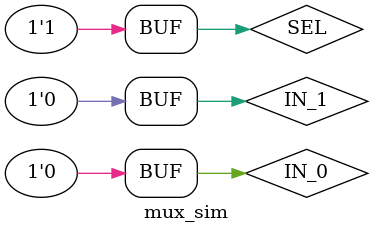
<source format=v>
`timescale 1ns / 1ps


module mux_sim();

    // inputs
    reg SEL;
    reg IN_0;
    reg IN_1;
    
    // outputs
    wire OUT;
    
    // dut
    mux_2_1 dut (
        .M_SEL(SEL),
        .M_IN_0(IN_0),
        .M_IN_1(IN_1),
        .M_OUT(OUT)
    );
    
    initial begin
        IN_0 <= 0;
        IN_1 <= 0;
        SEL <= 0;
        #100 IN_1 <= 1;
        #100 IN_0 <= 1;
        #100 IN_1 <= 0;
        #100 IN_0 <= 0;
        
        #300 SEL <= 1;
        #100 IN_1 <= 1;
        #100 IN_0 <= 1;
        #100 IN_1 <= 0;
        #100 IN_0 <= 0;
         
        
    end
    
endmodule

</source>
